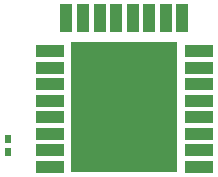
<source format=gtp>
G75*
%MOIN*%
%OFA0B0*%
%FSLAX25Y25*%
%IPPOS*%
%LPD*%
%AMOC8*
5,1,8,0,0,1.08239X$1,22.5*
%
%ADD10R,0.03937X0.09646*%
%ADD11R,0.09646X0.03937*%
%ADD12R,0.35433X0.43307*%
%ADD13R,0.02000X0.02600*%
D10*
X0027429Y0059300D03*
X0032941Y0059300D03*
X0038453Y0059300D03*
X0043965Y0059300D03*
X0049476Y0059300D03*
X0054988Y0059300D03*
X0060500Y0059300D03*
X0066012Y0059300D03*
D11*
X0071524Y0048276D03*
X0071524Y0042765D03*
X0071524Y0037253D03*
X0071524Y0031741D03*
X0071524Y0026229D03*
X0071524Y0020717D03*
X0071524Y0015206D03*
X0071524Y0009694D03*
X0021917Y0009694D03*
X0021917Y0015206D03*
X0021917Y0020717D03*
X0021917Y0026229D03*
X0021917Y0031741D03*
X0021917Y0037253D03*
X0021917Y0042765D03*
X0021917Y0048276D03*
D12*
X0046720Y0029772D03*
D13*
X0008000Y0014600D03*
X0008000Y0019000D03*
M02*

</source>
